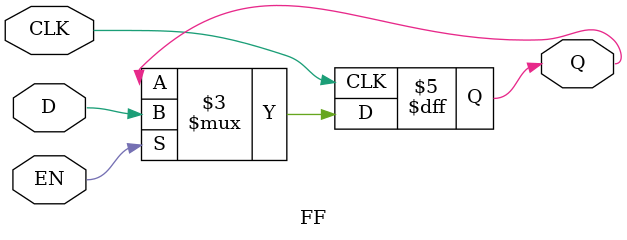
<source format=v>
/* flip flop tipo D de n bits disparado por flanco
   creciente de clk con entrada de habilitacion enb.
   */
module FF
(
    input CLK,
    input EN,
    input D,
    output reg Q
);

/* en cada flanco creciente se actualiza la salida
   q con el valor en d si la enb esta habilitado.
   */
always @(posedge CLK) begin
    if (EN == 1'b1)
        Q <= D;
end

// NOTA: se tuvo que modificar este archivo para
// que los DFF sean de un bit, ya que YOSYS no
// parece trabajar con modulos que usen para-
// metros.
endmodule

</source>
